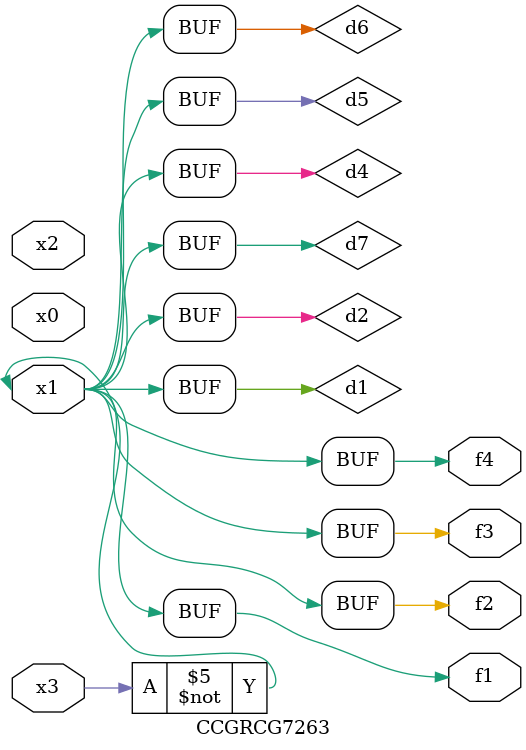
<source format=v>
module CCGRCG7263(
	input x0, x1, x2, x3,
	output f1, f2, f3, f4
);

	wire d1, d2, d3, d4, d5, d6, d7;

	not (d1, x3);
	buf (d2, x1);
	xnor (d3, d1, d2);
	nor (d4, d1);
	buf (d5, d1, d2);
	buf (d6, d4, d5);
	nand (d7, d4);
	assign f1 = d6;
	assign f2 = d7;
	assign f3 = d6;
	assign f4 = d6;
endmodule

</source>
